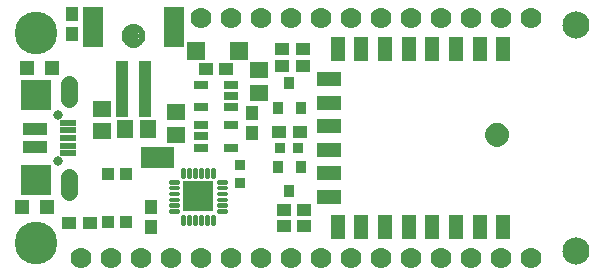
<source format=gbr>
G04 EAGLE Gerber RS-274X export*
G75*
%MOMM*%
%FSLAX34Y34*%
%LPD*%
%INSoldermask Top*%
%IPPOS*%
%AMOC8*
5,1,8,0,0,1.08239X$1,22.5*%
G01*
%ADD10C,2.301600*%
%ADD11R,1.601600X1.341600*%
%ADD12R,1.101600X1.201600*%
%ADD13C,1.101600*%
%ADD14C,0.500000*%
%ADD15C,3.617600*%
%ADD16R,1.301600X0.651600*%
%ADD17R,1.501600X1.501600*%
%ADD18C,1.778000*%
%ADD19R,1.101600X4.701600*%
%ADD20R,1.701600X3.501600*%
%ADD21R,1.301600X1.301600*%
%ADD22R,1.201600X1.101600*%
%ADD23R,1.341600X1.601600*%
%ADD24R,1.301600X2.101600*%
%ADD25R,2.101600X1.301600*%
%ADD26R,1.001600X1.001600*%
%ADD27C,0.240406*%
%ADD28R,2.601600X2.601600*%
%ADD29C,0.801600*%
%ADD30C,1.409600*%
%ADD31R,2.101600X1.101600*%
%ADD32R,1.450000X0.500000*%
%ADD33R,0.901600X0.901600*%
%ADD34R,0.901600X1.001600*%
%ADD35R,1.270000X1.701800*%
%ADD36R,0.736600X0.304800*%

G36*
X141088Y88916D02*
X141088Y88916D01*
X141207Y88923D01*
X141245Y88936D01*
X141286Y88941D01*
X141396Y88984D01*
X141509Y89021D01*
X141544Y89043D01*
X141581Y89058D01*
X141677Y89128D01*
X141778Y89191D01*
X141806Y89221D01*
X141839Y89244D01*
X141915Y89336D01*
X141996Y89423D01*
X142016Y89458D01*
X142041Y89489D01*
X142092Y89597D01*
X142150Y89701D01*
X142160Y89741D01*
X142177Y89777D01*
X142199Y89894D01*
X142229Y90009D01*
X142233Y90070D01*
X142237Y90090D01*
X142235Y90110D01*
X142239Y90170D01*
X142239Y105410D01*
X142224Y105528D01*
X142217Y105647D01*
X142204Y105685D01*
X142199Y105726D01*
X142156Y105836D01*
X142119Y105949D01*
X142097Y105984D01*
X142082Y106021D01*
X142013Y106117D01*
X141949Y106218D01*
X141919Y106246D01*
X141896Y106279D01*
X141804Y106355D01*
X141717Y106436D01*
X141682Y106456D01*
X141651Y106481D01*
X141543Y106532D01*
X141439Y106590D01*
X141399Y106600D01*
X141363Y106617D01*
X141246Y106639D01*
X141131Y106669D01*
X141071Y106673D01*
X141051Y106677D01*
X141030Y106675D01*
X140970Y106679D01*
X115570Y106679D01*
X115452Y106664D01*
X115333Y106657D01*
X115295Y106644D01*
X115254Y106639D01*
X115144Y106596D01*
X115031Y106559D01*
X114996Y106537D01*
X114959Y106522D01*
X114863Y106453D01*
X114762Y106389D01*
X114734Y106359D01*
X114701Y106336D01*
X114626Y106244D01*
X114544Y106157D01*
X114524Y106122D01*
X114499Y106091D01*
X114448Y105983D01*
X114390Y105879D01*
X114380Y105839D01*
X114363Y105803D01*
X114341Y105686D01*
X114311Y105571D01*
X114307Y105511D01*
X114303Y105491D01*
X114304Y105484D01*
X114303Y105482D01*
X114304Y105466D01*
X114301Y105410D01*
X114301Y90170D01*
X114316Y90052D01*
X114323Y89933D01*
X114336Y89895D01*
X114341Y89854D01*
X114384Y89744D01*
X114421Y89631D01*
X114443Y89596D01*
X114458Y89559D01*
X114528Y89463D01*
X114591Y89362D01*
X114621Y89334D01*
X114644Y89301D01*
X114736Y89226D01*
X114823Y89144D01*
X114858Y89124D01*
X114889Y89099D01*
X114997Y89048D01*
X115101Y88990D01*
X115141Y88980D01*
X115177Y88963D01*
X115294Y88941D01*
X115409Y88911D01*
X115470Y88907D01*
X115490Y88903D01*
X115510Y88905D01*
X115570Y88901D01*
X140970Y88901D01*
X141088Y88916D01*
G37*
D10*
X482600Y18415D03*
X482600Y209550D03*
D11*
X80880Y120090D03*
X80880Y139090D03*
D12*
X123020Y56250D03*
X123020Y39250D03*
D11*
X143660Y135900D03*
X143660Y116900D03*
D13*
X107950Y200660D03*
D14*
X115450Y200660D02*
X115448Y200841D01*
X115441Y201022D01*
X115430Y201203D01*
X115415Y201384D01*
X115395Y201564D01*
X115371Y201744D01*
X115343Y201923D01*
X115310Y202101D01*
X115273Y202278D01*
X115232Y202455D01*
X115187Y202630D01*
X115137Y202805D01*
X115083Y202978D01*
X115025Y203149D01*
X114963Y203320D01*
X114896Y203488D01*
X114826Y203655D01*
X114752Y203821D01*
X114673Y203984D01*
X114591Y204145D01*
X114505Y204305D01*
X114415Y204462D01*
X114321Y204617D01*
X114224Y204770D01*
X114122Y204920D01*
X114018Y205068D01*
X113909Y205214D01*
X113798Y205356D01*
X113682Y205496D01*
X113564Y205633D01*
X113442Y205768D01*
X113317Y205899D01*
X113189Y206027D01*
X113058Y206152D01*
X112923Y206274D01*
X112786Y206392D01*
X112646Y206508D01*
X112504Y206619D01*
X112358Y206728D01*
X112210Y206832D01*
X112060Y206934D01*
X111907Y207031D01*
X111752Y207125D01*
X111595Y207215D01*
X111435Y207301D01*
X111274Y207383D01*
X111111Y207462D01*
X110945Y207536D01*
X110778Y207606D01*
X110610Y207673D01*
X110439Y207735D01*
X110268Y207793D01*
X110095Y207847D01*
X109920Y207897D01*
X109745Y207942D01*
X109568Y207983D01*
X109391Y208020D01*
X109213Y208053D01*
X109034Y208081D01*
X108854Y208105D01*
X108674Y208125D01*
X108493Y208140D01*
X108312Y208151D01*
X108131Y208158D01*
X107950Y208160D01*
X115450Y200660D02*
X115448Y200479D01*
X115441Y200298D01*
X115430Y200117D01*
X115415Y199936D01*
X115395Y199756D01*
X115371Y199576D01*
X115343Y199397D01*
X115310Y199219D01*
X115273Y199042D01*
X115232Y198865D01*
X115187Y198690D01*
X115137Y198515D01*
X115083Y198342D01*
X115025Y198171D01*
X114963Y198000D01*
X114896Y197832D01*
X114826Y197665D01*
X114752Y197499D01*
X114673Y197336D01*
X114591Y197175D01*
X114505Y197015D01*
X114415Y196858D01*
X114321Y196703D01*
X114224Y196550D01*
X114122Y196400D01*
X114018Y196252D01*
X113909Y196106D01*
X113798Y195964D01*
X113682Y195824D01*
X113564Y195687D01*
X113442Y195552D01*
X113317Y195421D01*
X113189Y195293D01*
X113058Y195168D01*
X112923Y195046D01*
X112786Y194928D01*
X112646Y194812D01*
X112504Y194701D01*
X112358Y194592D01*
X112210Y194488D01*
X112060Y194386D01*
X111907Y194289D01*
X111752Y194195D01*
X111595Y194105D01*
X111435Y194019D01*
X111274Y193937D01*
X111111Y193858D01*
X110945Y193784D01*
X110778Y193714D01*
X110610Y193647D01*
X110439Y193585D01*
X110268Y193527D01*
X110095Y193473D01*
X109920Y193423D01*
X109745Y193378D01*
X109568Y193337D01*
X109391Y193300D01*
X109213Y193267D01*
X109034Y193239D01*
X108854Y193215D01*
X108674Y193195D01*
X108493Y193180D01*
X108312Y193169D01*
X108131Y193162D01*
X107950Y193160D01*
X107769Y193162D01*
X107588Y193169D01*
X107407Y193180D01*
X107226Y193195D01*
X107046Y193215D01*
X106866Y193239D01*
X106687Y193267D01*
X106509Y193300D01*
X106332Y193337D01*
X106155Y193378D01*
X105980Y193423D01*
X105805Y193473D01*
X105632Y193527D01*
X105461Y193585D01*
X105290Y193647D01*
X105122Y193714D01*
X104955Y193784D01*
X104789Y193858D01*
X104626Y193937D01*
X104465Y194019D01*
X104305Y194105D01*
X104148Y194195D01*
X103993Y194289D01*
X103840Y194386D01*
X103690Y194488D01*
X103542Y194592D01*
X103396Y194701D01*
X103254Y194812D01*
X103114Y194928D01*
X102977Y195046D01*
X102842Y195168D01*
X102711Y195293D01*
X102583Y195421D01*
X102458Y195552D01*
X102336Y195687D01*
X102218Y195824D01*
X102102Y195964D01*
X101991Y196106D01*
X101882Y196252D01*
X101778Y196400D01*
X101676Y196550D01*
X101579Y196703D01*
X101485Y196858D01*
X101395Y197015D01*
X101309Y197175D01*
X101227Y197336D01*
X101148Y197499D01*
X101074Y197665D01*
X101004Y197832D01*
X100937Y198000D01*
X100875Y198171D01*
X100817Y198342D01*
X100763Y198515D01*
X100713Y198690D01*
X100668Y198865D01*
X100627Y199042D01*
X100590Y199219D01*
X100557Y199397D01*
X100529Y199576D01*
X100505Y199756D01*
X100485Y199936D01*
X100470Y200117D01*
X100459Y200298D01*
X100452Y200479D01*
X100450Y200660D01*
X100452Y200841D01*
X100459Y201022D01*
X100470Y201203D01*
X100485Y201384D01*
X100505Y201564D01*
X100529Y201744D01*
X100557Y201923D01*
X100590Y202101D01*
X100627Y202278D01*
X100668Y202455D01*
X100713Y202630D01*
X100763Y202805D01*
X100817Y202978D01*
X100875Y203149D01*
X100937Y203320D01*
X101004Y203488D01*
X101074Y203655D01*
X101148Y203821D01*
X101227Y203984D01*
X101309Y204145D01*
X101395Y204305D01*
X101485Y204462D01*
X101579Y204617D01*
X101676Y204770D01*
X101778Y204920D01*
X101882Y205068D01*
X101991Y205214D01*
X102102Y205356D01*
X102218Y205496D01*
X102336Y205633D01*
X102458Y205768D01*
X102583Y205899D01*
X102711Y206027D01*
X102842Y206152D01*
X102977Y206274D01*
X103114Y206392D01*
X103254Y206508D01*
X103396Y206619D01*
X103542Y206728D01*
X103690Y206832D01*
X103840Y206934D01*
X103993Y207031D01*
X104148Y207125D01*
X104305Y207215D01*
X104465Y207301D01*
X104626Y207383D01*
X104789Y207462D01*
X104955Y207536D01*
X105122Y207606D01*
X105290Y207673D01*
X105461Y207735D01*
X105632Y207793D01*
X105805Y207847D01*
X105980Y207897D01*
X106155Y207942D01*
X106332Y207983D01*
X106509Y208020D01*
X106687Y208053D01*
X106866Y208081D01*
X107046Y208105D01*
X107226Y208125D01*
X107407Y208140D01*
X107588Y208151D01*
X107769Y208158D01*
X107950Y208160D01*
D13*
X415762Y116910D03*
D14*
X423262Y116910D02*
X423260Y117091D01*
X423253Y117272D01*
X423242Y117453D01*
X423227Y117634D01*
X423207Y117814D01*
X423183Y117994D01*
X423155Y118173D01*
X423122Y118351D01*
X423085Y118528D01*
X423044Y118705D01*
X422999Y118880D01*
X422949Y119055D01*
X422895Y119228D01*
X422837Y119399D01*
X422775Y119570D01*
X422708Y119738D01*
X422638Y119905D01*
X422564Y120071D01*
X422485Y120234D01*
X422403Y120395D01*
X422317Y120555D01*
X422227Y120712D01*
X422133Y120867D01*
X422036Y121020D01*
X421934Y121170D01*
X421830Y121318D01*
X421721Y121464D01*
X421610Y121606D01*
X421494Y121746D01*
X421376Y121883D01*
X421254Y122018D01*
X421129Y122149D01*
X421001Y122277D01*
X420870Y122402D01*
X420735Y122524D01*
X420598Y122642D01*
X420458Y122758D01*
X420316Y122869D01*
X420170Y122978D01*
X420022Y123082D01*
X419872Y123184D01*
X419719Y123281D01*
X419564Y123375D01*
X419407Y123465D01*
X419247Y123551D01*
X419086Y123633D01*
X418923Y123712D01*
X418757Y123786D01*
X418590Y123856D01*
X418422Y123923D01*
X418251Y123985D01*
X418080Y124043D01*
X417907Y124097D01*
X417732Y124147D01*
X417557Y124192D01*
X417380Y124233D01*
X417203Y124270D01*
X417025Y124303D01*
X416846Y124331D01*
X416666Y124355D01*
X416486Y124375D01*
X416305Y124390D01*
X416124Y124401D01*
X415943Y124408D01*
X415762Y124410D01*
X423262Y116910D02*
X423260Y116729D01*
X423253Y116548D01*
X423242Y116367D01*
X423227Y116186D01*
X423207Y116006D01*
X423183Y115826D01*
X423155Y115647D01*
X423122Y115469D01*
X423085Y115292D01*
X423044Y115115D01*
X422999Y114940D01*
X422949Y114765D01*
X422895Y114592D01*
X422837Y114421D01*
X422775Y114250D01*
X422708Y114082D01*
X422638Y113915D01*
X422564Y113749D01*
X422485Y113586D01*
X422403Y113425D01*
X422317Y113265D01*
X422227Y113108D01*
X422133Y112953D01*
X422036Y112800D01*
X421934Y112650D01*
X421830Y112502D01*
X421721Y112356D01*
X421610Y112214D01*
X421494Y112074D01*
X421376Y111937D01*
X421254Y111802D01*
X421129Y111671D01*
X421001Y111543D01*
X420870Y111418D01*
X420735Y111296D01*
X420598Y111178D01*
X420458Y111062D01*
X420316Y110951D01*
X420170Y110842D01*
X420022Y110738D01*
X419872Y110636D01*
X419719Y110539D01*
X419564Y110445D01*
X419407Y110355D01*
X419247Y110269D01*
X419086Y110187D01*
X418923Y110108D01*
X418757Y110034D01*
X418590Y109964D01*
X418422Y109897D01*
X418251Y109835D01*
X418080Y109777D01*
X417907Y109723D01*
X417732Y109673D01*
X417557Y109628D01*
X417380Y109587D01*
X417203Y109550D01*
X417025Y109517D01*
X416846Y109489D01*
X416666Y109465D01*
X416486Y109445D01*
X416305Y109430D01*
X416124Y109419D01*
X415943Y109412D01*
X415762Y109410D01*
X415581Y109412D01*
X415400Y109419D01*
X415219Y109430D01*
X415038Y109445D01*
X414858Y109465D01*
X414678Y109489D01*
X414499Y109517D01*
X414321Y109550D01*
X414144Y109587D01*
X413967Y109628D01*
X413792Y109673D01*
X413617Y109723D01*
X413444Y109777D01*
X413273Y109835D01*
X413102Y109897D01*
X412934Y109964D01*
X412767Y110034D01*
X412601Y110108D01*
X412438Y110187D01*
X412277Y110269D01*
X412117Y110355D01*
X411960Y110445D01*
X411805Y110539D01*
X411652Y110636D01*
X411502Y110738D01*
X411354Y110842D01*
X411208Y110951D01*
X411066Y111062D01*
X410926Y111178D01*
X410789Y111296D01*
X410654Y111418D01*
X410523Y111543D01*
X410395Y111671D01*
X410270Y111802D01*
X410148Y111937D01*
X410030Y112074D01*
X409914Y112214D01*
X409803Y112356D01*
X409694Y112502D01*
X409590Y112650D01*
X409488Y112800D01*
X409391Y112953D01*
X409297Y113108D01*
X409207Y113265D01*
X409121Y113425D01*
X409039Y113586D01*
X408960Y113749D01*
X408886Y113915D01*
X408816Y114082D01*
X408749Y114250D01*
X408687Y114421D01*
X408629Y114592D01*
X408575Y114765D01*
X408525Y114940D01*
X408480Y115115D01*
X408439Y115292D01*
X408402Y115469D01*
X408369Y115647D01*
X408341Y115826D01*
X408317Y116006D01*
X408297Y116186D01*
X408282Y116367D01*
X408271Y116548D01*
X408264Y116729D01*
X408262Y116910D01*
X408264Y117091D01*
X408271Y117272D01*
X408282Y117453D01*
X408297Y117634D01*
X408317Y117814D01*
X408341Y117994D01*
X408369Y118173D01*
X408402Y118351D01*
X408439Y118528D01*
X408480Y118705D01*
X408525Y118880D01*
X408575Y119055D01*
X408629Y119228D01*
X408687Y119399D01*
X408749Y119570D01*
X408816Y119738D01*
X408886Y119905D01*
X408960Y120071D01*
X409039Y120234D01*
X409121Y120395D01*
X409207Y120555D01*
X409297Y120712D01*
X409391Y120867D01*
X409488Y121020D01*
X409590Y121170D01*
X409694Y121318D01*
X409803Y121464D01*
X409914Y121606D01*
X410030Y121746D01*
X410148Y121883D01*
X410270Y122018D01*
X410395Y122149D01*
X410523Y122277D01*
X410654Y122402D01*
X410789Y122524D01*
X410926Y122642D01*
X411066Y122758D01*
X411208Y122869D01*
X411354Y122978D01*
X411502Y123082D01*
X411652Y123184D01*
X411805Y123281D01*
X411960Y123375D01*
X412117Y123465D01*
X412277Y123551D01*
X412438Y123633D01*
X412601Y123712D01*
X412767Y123786D01*
X412934Y123856D01*
X413102Y123923D01*
X413273Y123985D01*
X413444Y124043D01*
X413617Y124097D01*
X413792Y124147D01*
X413967Y124192D01*
X414144Y124233D01*
X414321Y124270D01*
X414499Y124303D01*
X414678Y124331D01*
X414858Y124355D01*
X415038Y124375D01*
X415219Y124390D01*
X415400Y124401D01*
X415581Y124408D01*
X415762Y124410D01*
D15*
X25400Y203200D03*
X25400Y25400D03*
D16*
X190801Y140360D03*
X190801Y149860D03*
X190801Y159360D03*
X164799Y159360D03*
X164799Y140360D03*
D17*
X197570Y187960D03*
X160570Y187960D03*
D18*
X444500Y12700D03*
X419100Y12700D03*
X393700Y12700D03*
X368300Y12700D03*
X342900Y12700D03*
X317500Y12700D03*
X292100Y12700D03*
X266700Y12700D03*
X241300Y12700D03*
X215900Y12700D03*
X190500Y12700D03*
X165100Y12700D03*
X139700Y12700D03*
X114300Y12700D03*
X88900Y12700D03*
X63500Y12700D03*
D19*
X97950Y156040D03*
X117950Y156040D03*
D20*
X73950Y208040D03*
X141950Y208040D03*
D18*
X165100Y215900D03*
X190500Y215900D03*
X215900Y215900D03*
X241300Y215900D03*
X266700Y215900D03*
X292100Y215900D03*
X317500Y215900D03*
X342900Y215900D03*
X368300Y215900D03*
X393700Y215900D03*
X419100Y215900D03*
X444500Y215900D03*
D16*
X164799Y125070D03*
X164799Y115570D03*
X164799Y106070D03*
X190801Y106070D03*
X190801Y125070D03*
D21*
X34630Y55880D03*
X13630Y55880D03*
D22*
X53730Y41910D03*
X70730Y41910D03*
D23*
X119990Y121920D03*
X100990Y121920D03*
D12*
X208280Y135500D03*
X208280Y118500D03*
D24*
X420920Y189300D03*
X400920Y189300D03*
X380920Y189300D03*
X360920Y189300D03*
X340920Y189300D03*
X320920Y189300D03*
X300920Y189300D03*
X280920Y189300D03*
X280920Y39300D03*
X300920Y39300D03*
X320920Y39300D03*
X340920Y39300D03*
X360920Y39300D03*
X380920Y39300D03*
X400920Y39300D03*
X420920Y39300D03*
D25*
X273220Y124300D03*
X273220Y104300D03*
X273220Y84300D03*
X273220Y64300D03*
X273220Y144300D03*
X273220Y164300D03*
D22*
X251070Y189230D03*
X234070Y189230D03*
X251070Y175260D03*
X234070Y175260D03*
X235340Y39370D03*
X252340Y39370D03*
X252340Y53340D03*
X235340Y53340D03*
D26*
X101980Y43000D03*
X85980Y43000D03*
X85980Y84000D03*
X101980Y84000D03*
D21*
X39075Y173355D03*
X18075Y173355D03*
D12*
X55880Y219320D03*
X55880Y202320D03*
D27*
X139254Y77976D02*
X145866Y77976D01*
X145866Y76564D01*
X139254Y76564D01*
X139254Y77976D01*
X139254Y72976D02*
X145866Y72976D01*
X145866Y71564D01*
X139254Y71564D01*
X139254Y72976D01*
X139254Y67976D02*
X145866Y67976D01*
X145866Y66564D01*
X139254Y66564D01*
X139254Y67976D01*
X139254Y62976D02*
X145866Y62976D01*
X145866Y61564D01*
X139254Y61564D01*
X139254Y62976D01*
X139254Y57976D02*
X145866Y57976D01*
X145866Y56564D01*
X139254Y56564D01*
X139254Y57976D01*
X139254Y52976D02*
X145866Y52976D01*
X145866Y51564D01*
X139254Y51564D01*
X139254Y52976D01*
X150766Y48076D02*
X150766Y41464D01*
X149354Y41464D01*
X149354Y48076D01*
X150766Y48076D01*
X150766Y43748D02*
X149354Y43748D01*
X149354Y46032D02*
X150766Y46032D01*
X155766Y48076D02*
X155766Y41464D01*
X154354Y41464D01*
X154354Y48076D01*
X155766Y48076D01*
X155766Y43748D02*
X154354Y43748D01*
X154354Y46032D02*
X155766Y46032D01*
X160766Y48076D02*
X160766Y41464D01*
X159354Y41464D01*
X159354Y48076D01*
X160766Y48076D01*
X160766Y43748D02*
X159354Y43748D01*
X159354Y46032D02*
X160766Y46032D01*
X165766Y48076D02*
X165766Y41464D01*
X164354Y41464D01*
X164354Y48076D01*
X165766Y48076D01*
X165766Y43748D02*
X164354Y43748D01*
X164354Y46032D02*
X165766Y46032D01*
X170766Y48076D02*
X170766Y41464D01*
X169354Y41464D01*
X169354Y48076D01*
X170766Y48076D01*
X170766Y43748D02*
X169354Y43748D01*
X169354Y46032D02*
X170766Y46032D01*
X175766Y48076D02*
X175766Y41464D01*
X174354Y41464D01*
X174354Y48076D01*
X175766Y48076D01*
X175766Y43748D02*
X174354Y43748D01*
X174354Y46032D02*
X175766Y46032D01*
X179254Y51564D02*
X185866Y51564D01*
X179254Y51564D02*
X179254Y52976D01*
X185866Y52976D01*
X185866Y51564D01*
X185866Y56564D02*
X179254Y56564D01*
X179254Y57976D01*
X185866Y57976D01*
X185866Y56564D01*
X185866Y61564D02*
X179254Y61564D01*
X179254Y62976D01*
X185866Y62976D01*
X185866Y61564D01*
X185866Y66564D02*
X179254Y66564D01*
X179254Y67976D01*
X185866Y67976D01*
X185866Y66564D01*
X185866Y71564D02*
X179254Y71564D01*
X179254Y72976D01*
X185866Y72976D01*
X185866Y71564D01*
X185866Y76564D02*
X179254Y76564D01*
X179254Y77976D01*
X185866Y77976D01*
X185866Y76564D01*
X174354Y81464D02*
X174354Y88076D01*
X175766Y88076D01*
X175766Y81464D01*
X174354Y81464D01*
X174354Y83748D02*
X175766Y83748D01*
X175766Y86032D02*
X174354Y86032D01*
X169354Y88076D02*
X169354Y81464D01*
X169354Y88076D02*
X170766Y88076D01*
X170766Y81464D01*
X169354Y81464D01*
X169354Y83748D02*
X170766Y83748D01*
X170766Y86032D02*
X169354Y86032D01*
X164354Y88076D02*
X164354Y81464D01*
X164354Y88076D02*
X165766Y88076D01*
X165766Y81464D01*
X164354Y81464D01*
X164354Y83748D02*
X165766Y83748D01*
X165766Y86032D02*
X164354Y86032D01*
X159354Y88076D02*
X159354Y81464D01*
X159354Y88076D02*
X160766Y88076D01*
X160766Y81464D01*
X159354Y81464D01*
X159354Y83748D02*
X160766Y83748D01*
X160766Y86032D02*
X159354Y86032D01*
X154354Y88076D02*
X154354Y81464D01*
X154354Y88076D02*
X155766Y88076D01*
X155766Y81464D01*
X154354Y81464D01*
X154354Y83748D02*
X155766Y83748D01*
X155766Y86032D02*
X154354Y86032D01*
X149354Y88076D02*
X149354Y81464D01*
X149354Y88076D02*
X150766Y88076D01*
X150766Y81464D01*
X149354Y81464D01*
X149354Y83748D02*
X150766Y83748D01*
X150766Y86032D02*
X149354Y86032D01*
D28*
X162560Y64770D03*
D29*
X44450Y133800D03*
X44450Y94800D03*
D28*
X25450Y78300D03*
X25450Y150300D03*
D30*
X53450Y147300D02*
X53450Y160380D01*
X53450Y81300D02*
X53450Y68220D01*
D31*
X24450Y121800D03*
X24450Y106800D03*
D32*
X52200Y127300D03*
X52200Y120800D03*
X52200Y114300D03*
X52200Y107800D03*
X52200Y101300D03*
D11*
X214630Y171425D03*
X214630Y152425D03*
D22*
X248530Y119380D03*
X231530Y119380D03*
D33*
X232410Y105410D03*
X247650Y105410D03*
D34*
X240030Y69010D03*
X230530Y90010D03*
X249530Y90010D03*
X240030Y160860D03*
X249530Y139860D03*
X230530Y139860D03*
D22*
X169300Y172720D03*
X186300Y172720D03*
D33*
X198120Y91440D03*
X198120Y76200D03*
D35*
X135890Y97790D03*
X120650Y97790D03*
D36*
X128270Y97790D03*
M02*

</source>
